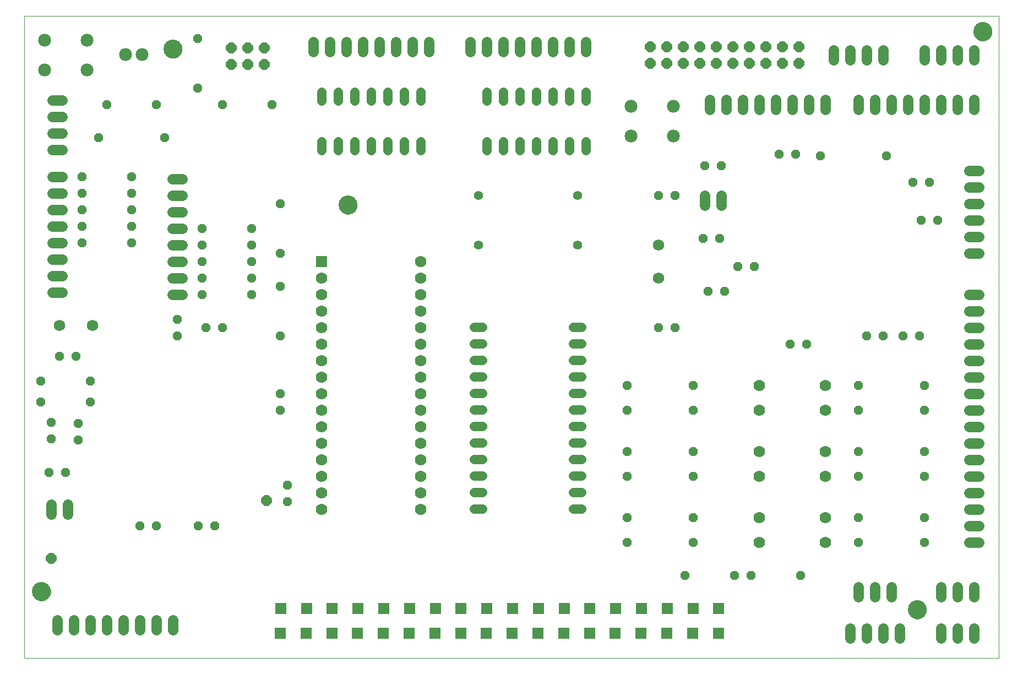
<source format=gbs>
G75*
%MOIN*%
%OFA0B0*%
%FSLAX24Y24*%
%IPPOS*%
%LPD*%
%AMOC8*
5,1,8,0,0,1.08239X$1,22.5*
%
%ADD10C,0.0000*%
%ADD11C,0.1142*%
%ADD12OC8,0.0640*%
%ADD13C,0.0560*%
%ADD14C,0.0780*%
%ADD15OC8,0.0560*%
%ADD16C,0.0690*%
%ADD17C,0.0640*%
%ADD18R,0.0700X0.0700*%
%ADD19C,0.0700*%
%ADD20R,0.0690X0.0690*%
%ADD21C,0.0560*%
D10*
X000180Y000180D02*
X000180Y039050D01*
X059172Y039050D01*
X059172Y000180D01*
X000180Y000180D01*
X000667Y004193D02*
X000669Y004240D01*
X000675Y004286D01*
X000685Y004332D01*
X000698Y004377D01*
X000716Y004420D01*
X000737Y004462D01*
X000761Y004502D01*
X000789Y004539D01*
X000820Y004574D01*
X000854Y004607D01*
X000890Y004636D01*
X000929Y004662D01*
X000970Y004685D01*
X001013Y004704D01*
X001057Y004720D01*
X001102Y004732D01*
X001148Y004740D01*
X001195Y004744D01*
X001241Y004744D01*
X001288Y004740D01*
X001334Y004732D01*
X001379Y004720D01*
X001423Y004704D01*
X001466Y004685D01*
X001507Y004662D01*
X001546Y004636D01*
X001582Y004607D01*
X001616Y004574D01*
X001647Y004539D01*
X001675Y004502D01*
X001699Y004462D01*
X001720Y004420D01*
X001738Y004377D01*
X001751Y004332D01*
X001761Y004286D01*
X001767Y004240D01*
X001769Y004193D01*
X001767Y004146D01*
X001761Y004100D01*
X001751Y004054D01*
X001738Y004009D01*
X001720Y003966D01*
X001699Y003924D01*
X001675Y003884D01*
X001647Y003847D01*
X001616Y003812D01*
X001582Y003779D01*
X001546Y003750D01*
X001507Y003724D01*
X001466Y003701D01*
X001423Y003682D01*
X001379Y003666D01*
X001334Y003654D01*
X001288Y003646D01*
X001241Y003642D01*
X001195Y003642D01*
X001148Y003646D01*
X001102Y003654D01*
X001057Y003666D01*
X001013Y003682D01*
X000970Y003701D01*
X000929Y003724D01*
X000890Y003750D01*
X000854Y003779D01*
X000820Y003812D01*
X000789Y003847D01*
X000761Y003884D01*
X000737Y003924D01*
X000716Y003966D01*
X000698Y004009D01*
X000685Y004054D01*
X000675Y004100D01*
X000669Y004146D01*
X000667Y004193D01*
X019217Y027605D02*
X019219Y027652D01*
X019225Y027698D01*
X019235Y027744D01*
X019248Y027789D01*
X019266Y027832D01*
X019287Y027874D01*
X019311Y027914D01*
X019339Y027951D01*
X019370Y027986D01*
X019404Y028019D01*
X019440Y028048D01*
X019479Y028074D01*
X019520Y028097D01*
X019563Y028116D01*
X019607Y028132D01*
X019652Y028144D01*
X019698Y028152D01*
X019745Y028156D01*
X019791Y028156D01*
X019838Y028152D01*
X019884Y028144D01*
X019929Y028132D01*
X019973Y028116D01*
X020016Y028097D01*
X020057Y028074D01*
X020096Y028048D01*
X020132Y028019D01*
X020166Y027986D01*
X020197Y027951D01*
X020225Y027914D01*
X020249Y027874D01*
X020270Y027832D01*
X020288Y027789D01*
X020301Y027744D01*
X020311Y027698D01*
X020317Y027652D01*
X020319Y027605D01*
X020317Y027558D01*
X020311Y027512D01*
X020301Y027466D01*
X020288Y027421D01*
X020270Y027378D01*
X020249Y027336D01*
X020225Y027296D01*
X020197Y027259D01*
X020166Y027224D01*
X020132Y027191D01*
X020096Y027162D01*
X020057Y027136D01*
X020016Y027113D01*
X019973Y027094D01*
X019929Y027078D01*
X019884Y027066D01*
X019838Y027058D01*
X019791Y027054D01*
X019745Y027054D01*
X019698Y027058D01*
X019652Y027066D01*
X019607Y027078D01*
X019563Y027094D01*
X019520Y027113D01*
X019479Y027136D01*
X019440Y027162D01*
X019404Y027191D01*
X019370Y027224D01*
X019339Y027259D01*
X019311Y027296D01*
X019287Y027336D01*
X019266Y027378D01*
X019248Y027421D01*
X019235Y027466D01*
X019225Y027512D01*
X019219Y027558D01*
X019217Y027605D01*
X008617Y037043D02*
X008619Y037090D01*
X008625Y037136D01*
X008635Y037182D01*
X008648Y037227D01*
X008666Y037270D01*
X008687Y037312D01*
X008711Y037352D01*
X008739Y037389D01*
X008770Y037424D01*
X008804Y037457D01*
X008840Y037486D01*
X008879Y037512D01*
X008920Y037535D01*
X008963Y037554D01*
X009007Y037570D01*
X009052Y037582D01*
X009098Y037590D01*
X009145Y037594D01*
X009191Y037594D01*
X009238Y037590D01*
X009284Y037582D01*
X009329Y037570D01*
X009373Y037554D01*
X009416Y037535D01*
X009457Y037512D01*
X009496Y037486D01*
X009532Y037457D01*
X009566Y037424D01*
X009597Y037389D01*
X009625Y037352D01*
X009649Y037312D01*
X009670Y037270D01*
X009688Y037227D01*
X009701Y037182D01*
X009711Y037136D01*
X009717Y037090D01*
X009719Y037043D01*
X009717Y036996D01*
X009711Y036950D01*
X009701Y036904D01*
X009688Y036859D01*
X009670Y036816D01*
X009649Y036774D01*
X009625Y036734D01*
X009597Y036697D01*
X009566Y036662D01*
X009532Y036629D01*
X009496Y036600D01*
X009457Y036574D01*
X009416Y036551D01*
X009373Y036532D01*
X009329Y036516D01*
X009284Y036504D01*
X009238Y036496D01*
X009191Y036492D01*
X009145Y036492D01*
X009098Y036496D01*
X009052Y036504D01*
X009007Y036516D01*
X008963Y036532D01*
X008920Y036551D01*
X008879Y036574D01*
X008840Y036600D01*
X008804Y036629D01*
X008770Y036662D01*
X008739Y036697D01*
X008711Y036734D01*
X008687Y036774D01*
X008666Y036816D01*
X008648Y036859D01*
X008635Y036904D01*
X008625Y036950D01*
X008619Y036996D01*
X008617Y037043D01*
X057642Y038093D02*
X057644Y038140D01*
X057650Y038186D01*
X057660Y038232D01*
X057673Y038277D01*
X057691Y038320D01*
X057712Y038362D01*
X057736Y038402D01*
X057764Y038439D01*
X057795Y038474D01*
X057829Y038507D01*
X057865Y038536D01*
X057904Y038562D01*
X057945Y038585D01*
X057988Y038604D01*
X058032Y038620D01*
X058077Y038632D01*
X058123Y038640D01*
X058170Y038644D01*
X058216Y038644D01*
X058263Y038640D01*
X058309Y038632D01*
X058354Y038620D01*
X058398Y038604D01*
X058441Y038585D01*
X058482Y038562D01*
X058521Y038536D01*
X058557Y038507D01*
X058591Y038474D01*
X058622Y038439D01*
X058650Y038402D01*
X058674Y038362D01*
X058695Y038320D01*
X058713Y038277D01*
X058726Y038232D01*
X058736Y038186D01*
X058742Y038140D01*
X058744Y038093D01*
X058742Y038046D01*
X058736Y038000D01*
X058726Y037954D01*
X058713Y037909D01*
X058695Y037866D01*
X058674Y037824D01*
X058650Y037784D01*
X058622Y037747D01*
X058591Y037712D01*
X058557Y037679D01*
X058521Y037650D01*
X058482Y037624D01*
X058441Y037601D01*
X058398Y037582D01*
X058354Y037566D01*
X058309Y037554D01*
X058263Y037546D01*
X058216Y037542D01*
X058170Y037542D01*
X058123Y037546D01*
X058077Y037554D01*
X058032Y037566D01*
X057988Y037582D01*
X057945Y037601D01*
X057904Y037624D01*
X057865Y037650D01*
X057829Y037679D01*
X057795Y037712D01*
X057764Y037747D01*
X057736Y037784D01*
X057712Y037824D01*
X057691Y037866D01*
X057673Y037909D01*
X057660Y037954D01*
X057650Y038000D01*
X057644Y038046D01*
X057642Y038093D01*
X053679Y003105D02*
X053681Y003152D01*
X053687Y003198D01*
X053697Y003244D01*
X053710Y003289D01*
X053728Y003332D01*
X053749Y003374D01*
X053773Y003414D01*
X053801Y003451D01*
X053832Y003486D01*
X053866Y003519D01*
X053902Y003548D01*
X053941Y003574D01*
X053982Y003597D01*
X054025Y003616D01*
X054069Y003632D01*
X054114Y003644D01*
X054160Y003652D01*
X054207Y003656D01*
X054253Y003656D01*
X054300Y003652D01*
X054346Y003644D01*
X054391Y003632D01*
X054435Y003616D01*
X054478Y003597D01*
X054519Y003574D01*
X054558Y003548D01*
X054594Y003519D01*
X054628Y003486D01*
X054659Y003451D01*
X054687Y003414D01*
X054711Y003374D01*
X054732Y003332D01*
X054750Y003289D01*
X054763Y003244D01*
X054773Y003198D01*
X054779Y003152D01*
X054781Y003105D01*
X054779Y003058D01*
X054773Y003012D01*
X054763Y002966D01*
X054750Y002921D01*
X054732Y002878D01*
X054711Y002836D01*
X054687Y002796D01*
X054659Y002759D01*
X054628Y002724D01*
X054594Y002691D01*
X054558Y002662D01*
X054519Y002636D01*
X054478Y002613D01*
X054435Y002594D01*
X054391Y002578D01*
X054346Y002566D01*
X054300Y002558D01*
X054253Y002554D01*
X054207Y002554D01*
X054160Y002558D01*
X054114Y002566D01*
X054069Y002578D01*
X054025Y002594D01*
X053982Y002613D01*
X053941Y002636D01*
X053902Y002662D01*
X053866Y002691D01*
X053832Y002724D01*
X053801Y002759D01*
X053773Y002796D01*
X053749Y002836D01*
X053728Y002878D01*
X053710Y002921D01*
X053697Y002966D01*
X053687Y003012D01*
X053681Y003058D01*
X053679Y003105D01*
D11*
X054230Y003105D03*
X019768Y027605D03*
X009168Y037043D03*
X058193Y038093D03*
X001218Y004193D03*
D12*
X001818Y006205D03*
X014843Y009705D03*
X014720Y036120D03*
X013720Y036120D03*
X012720Y036120D03*
X012720Y037120D03*
X013720Y037120D03*
X014720Y037120D03*
X038060Y037180D03*
X039060Y037180D03*
X040060Y037180D03*
X041060Y037180D03*
X042060Y037180D03*
X043060Y037180D03*
X044060Y037180D03*
X045060Y037180D03*
X046060Y037180D03*
X047060Y037180D03*
X047060Y036180D03*
X046060Y036180D03*
X045060Y036180D03*
X044060Y036180D03*
X043060Y036180D03*
X042060Y036180D03*
X041060Y036180D03*
X040060Y036180D03*
X039060Y036180D03*
X038060Y036180D03*
D13*
X033680Y028180D03*
X033680Y025180D03*
X027680Y025180D03*
X027680Y028180D03*
D14*
X036900Y031790D03*
X039460Y031790D03*
X039460Y033570D03*
X036900Y033570D03*
X007318Y036693D03*
X006318Y036693D03*
X003960Y037570D03*
X001400Y037570D03*
X001400Y035790D03*
X003960Y035790D03*
D15*
X005180Y033680D03*
X004680Y031680D03*
X003680Y029305D03*
X003680Y028305D03*
X003680Y027305D03*
X003680Y026305D03*
X003680Y025305D03*
X006680Y025305D03*
X006680Y026305D03*
X006680Y027305D03*
X006680Y028305D03*
X006680Y029305D03*
X008680Y031680D03*
X008180Y033680D03*
X010680Y034680D03*
X012180Y033680D03*
X015180Y033680D03*
X010680Y037680D03*
X015680Y027680D03*
X013930Y026180D03*
X013930Y025180D03*
X013930Y024180D03*
X013930Y023180D03*
X013930Y022180D03*
X015680Y022680D03*
X015680Y024680D03*
X010930Y024180D03*
X010930Y025180D03*
X010930Y026180D03*
X010930Y023180D03*
X010930Y022180D03*
X009430Y020680D03*
X009430Y019680D03*
X011180Y020180D03*
X012180Y020180D03*
X015680Y019680D03*
X015680Y016180D03*
X015680Y015180D03*
X016118Y010655D03*
X016118Y009655D03*
X011718Y008180D03*
X010718Y008180D03*
X008180Y008180D03*
X007180Y008180D03*
X002680Y011418D03*
X001680Y011418D03*
X003443Y013380D03*
X001805Y013430D03*
X001805Y014430D03*
X003443Y014380D03*
X004180Y015680D03*
X004180Y016930D03*
X003305Y018430D03*
X002305Y018430D03*
X001180Y016930D03*
X001180Y015680D03*
X036680Y015180D03*
X036680Y016680D03*
X040680Y016680D03*
X040680Y015180D03*
X040680Y012680D03*
X040680Y011180D03*
X040680Y008680D03*
X040680Y007180D03*
X040180Y005180D03*
X043180Y005180D03*
X044180Y005180D03*
X047180Y005180D03*
X050680Y007180D03*
X050680Y008680D03*
X050680Y011180D03*
X050680Y012680D03*
X050680Y015180D03*
X050680Y016680D03*
X047530Y019168D03*
X046530Y019168D03*
X051180Y019680D03*
X052180Y019680D03*
X053380Y019680D03*
X054380Y019680D03*
X054680Y016680D03*
X054680Y015180D03*
X054680Y012680D03*
X054680Y011180D03*
X054680Y008680D03*
X054680Y007180D03*
X036680Y007180D03*
X036680Y008680D03*
X036680Y011180D03*
X036680Y012680D03*
X038580Y020180D03*
X039580Y020180D03*
X041580Y022380D03*
X042580Y022380D03*
X043380Y023880D03*
X044380Y023880D03*
X042280Y025580D03*
X041280Y025580D03*
X039580Y028180D03*
X038580Y028180D03*
X041380Y029980D03*
X042380Y029980D03*
X045880Y030680D03*
X046880Y030680D03*
X048380Y030580D03*
X052380Y030580D03*
X053980Y028980D03*
X054980Y028980D03*
X054480Y026680D03*
X055480Y026680D03*
D16*
X038580Y025180D03*
X038580Y023180D03*
X004305Y020305D03*
X002305Y020305D03*
D17*
X002480Y022305D02*
X001880Y022305D01*
X001880Y023305D02*
X002480Y023305D01*
X002480Y024305D02*
X001880Y024305D01*
X001880Y025305D02*
X002480Y025305D01*
X002480Y026305D02*
X001880Y026305D01*
X001880Y027305D02*
X002480Y027305D01*
X002480Y028305D02*
X001880Y028305D01*
X001880Y029305D02*
X002480Y029305D01*
X002480Y030930D02*
X001880Y030930D01*
X001880Y031930D02*
X002480Y031930D01*
X002480Y032930D02*
X001880Y032930D01*
X001880Y033930D02*
X002480Y033930D01*
X009130Y029180D02*
X009730Y029180D01*
X009730Y028180D02*
X009130Y028180D01*
X009130Y027180D02*
X009730Y027180D01*
X009730Y026180D02*
X009130Y026180D01*
X009130Y025180D02*
X009730Y025180D01*
X009730Y024180D02*
X009130Y024180D01*
X009130Y023180D02*
X009730Y023180D01*
X009730Y022180D02*
X009130Y022180D01*
X002805Y009480D02*
X002805Y008880D01*
X001805Y008880D02*
X001805Y009480D01*
X002180Y002480D02*
X002180Y001880D01*
X003180Y001880D02*
X003180Y002480D01*
X004180Y002480D02*
X004180Y001880D01*
X005180Y001880D02*
X005180Y002480D01*
X006180Y002480D02*
X006180Y001880D01*
X007180Y001880D02*
X007180Y002480D01*
X008180Y002480D02*
X008180Y001880D01*
X009180Y001880D02*
X009180Y002480D01*
X041380Y027580D02*
X041380Y028180D01*
X042380Y028180D02*
X042380Y027580D01*
X042680Y033380D02*
X042680Y033980D01*
X041680Y033980D02*
X041680Y033380D01*
X043680Y033380D02*
X043680Y033980D01*
X044680Y033980D02*
X044680Y033380D01*
X045680Y033380D02*
X045680Y033980D01*
X046680Y033980D02*
X046680Y033380D01*
X047680Y033380D02*
X047680Y033980D01*
X048680Y033980D02*
X048680Y033380D01*
X050680Y033380D02*
X050680Y033980D01*
X051680Y033980D02*
X051680Y033380D01*
X052680Y033380D02*
X052680Y033980D01*
X053680Y033980D02*
X053680Y033380D01*
X054680Y033380D02*
X054680Y033980D01*
X055680Y033980D02*
X055680Y033380D01*
X056680Y033380D02*
X056680Y033980D01*
X057680Y033980D02*
X057680Y033380D01*
X057680Y036380D02*
X057680Y036980D01*
X056680Y036980D02*
X056680Y036380D01*
X055680Y036380D02*
X055680Y036980D01*
X054680Y036980D02*
X054680Y036380D01*
X052180Y036380D02*
X052180Y036980D01*
X051180Y036980D02*
X051180Y036380D01*
X050180Y036380D02*
X050180Y036980D01*
X049180Y036980D02*
X049180Y036380D01*
X057380Y029680D02*
X057980Y029680D01*
X057980Y028680D02*
X057380Y028680D01*
X057380Y027680D02*
X057980Y027680D01*
X057980Y026680D02*
X057380Y026680D01*
X057380Y025680D02*
X057980Y025680D01*
X057980Y024680D02*
X057380Y024680D01*
X057380Y022180D02*
X057980Y022180D01*
X057980Y021180D02*
X057380Y021180D01*
X057380Y020180D02*
X057980Y020180D01*
X057980Y019180D02*
X057380Y019180D01*
X057380Y018180D02*
X057980Y018180D01*
X057980Y017180D02*
X057380Y017180D01*
X057380Y016180D02*
X057980Y016180D01*
X057980Y015180D02*
X057380Y015180D01*
X057380Y014180D02*
X057980Y014180D01*
X057980Y013180D02*
X057380Y013180D01*
X057380Y012180D02*
X057980Y012180D01*
X057980Y011180D02*
X057380Y011180D01*
X057380Y010180D02*
X057980Y010180D01*
X057980Y009180D02*
X057380Y009180D01*
X057380Y008180D02*
X057980Y008180D01*
X057980Y007180D02*
X057380Y007180D01*
X057680Y004480D02*
X057680Y003880D01*
X056680Y003880D02*
X056680Y004480D01*
X055680Y004480D02*
X055680Y003880D01*
X055680Y001980D02*
X055680Y001380D01*
X056680Y001380D02*
X056680Y001980D01*
X057680Y001980D02*
X057680Y001380D01*
X053180Y001380D02*
X053180Y001980D01*
X052180Y001980D02*
X052180Y001380D01*
X051180Y001380D02*
X051180Y001980D01*
X050180Y001980D02*
X050180Y001380D01*
X050680Y003880D02*
X050680Y004480D01*
X051680Y004480D02*
X051680Y003880D01*
X052680Y003880D02*
X052680Y004480D01*
X034180Y036880D02*
X034180Y037480D01*
X033180Y037480D02*
X033180Y036880D01*
X032180Y036880D02*
X032180Y037480D01*
X031180Y037480D02*
X031180Y036880D01*
X030180Y036880D02*
X030180Y037480D01*
X029180Y037480D02*
X029180Y036880D01*
X028180Y036880D02*
X028180Y037480D01*
X027180Y037480D02*
X027180Y036880D01*
X024680Y036880D02*
X024680Y037480D01*
X023680Y037480D02*
X023680Y036880D01*
X022680Y036880D02*
X022680Y037480D01*
X021680Y037480D02*
X021680Y036880D01*
X020680Y036880D02*
X020680Y037480D01*
X019680Y037480D02*
X019680Y036880D01*
X018680Y036880D02*
X018680Y037480D01*
X017680Y037480D02*
X017680Y036880D01*
D18*
X018180Y024180D03*
D19*
X018180Y023180D03*
X018180Y022180D03*
X018180Y021180D03*
X018180Y020180D03*
X018180Y019180D03*
X018180Y018180D03*
X018180Y017180D03*
X018180Y016180D03*
X018180Y015180D03*
X018180Y014180D03*
X018180Y013180D03*
X018180Y012180D03*
X018180Y011180D03*
X018180Y010180D03*
X018180Y009180D03*
X024180Y009180D03*
X024180Y010180D03*
X024180Y011180D03*
X024180Y012180D03*
X024180Y013180D03*
X024180Y014180D03*
X024180Y015180D03*
X024180Y016180D03*
X024180Y017180D03*
X024180Y018180D03*
X024180Y019180D03*
X024180Y020180D03*
X024180Y021180D03*
X024180Y022180D03*
X024180Y023180D03*
X024180Y024180D03*
X044680Y016680D03*
X044680Y015180D03*
X044680Y012680D03*
X044680Y011180D03*
X044680Y008680D03*
X044680Y007180D03*
X048680Y007180D03*
X048680Y008680D03*
X048680Y011180D03*
X048680Y012680D03*
X048680Y015180D03*
X048680Y016680D03*
D20*
X042220Y003190D03*
X040660Y003190D03*
X039100Y003190D03*
X037540Y003190D03*
X035980Y003190D03*
X034420Y003190D03*
X032860Y003190D03*
X031300Y003190D03*
X029740Y003190D03*
X028180Y003190D03*
X026620Y003190D03*
X025060Y003190D03*
X023500Y003190D03*
X021940Y003190D03*
X020380Y003190D03*
X018820Y003190D03*
X017260Y003190D03*
X015700Y003190D03*
X015670Y001670D03*
X017230Y001670D03*
X018790Y001670D03*
X020350Y001670D03*
X021910Y001670D03*
X023470Y001670D03*
X025030Y001670D03*
X026590Y001670D03*
X028150Y001670D03*
X029710Y001670D03*
X031270Y001670D03*
X032830Y001670D03*
X034390Y001670D03*
X035950Y001670D03*
X037510Y001670D03*
X039070Y001670D03*
X040630Y001670D03*
X042190Y001670D03*
D21*
X033915Y009218D02*
X033395Y009218D01*
X033395Y010218D02*
X033915Y010218D01*
X033915Y011218D02*
X033395Y011218D01*
X033395Y012218D02*
X033915Y012218D01*
X033915Y013218D02*
X033395Y013218D01*
X033395Y014218D02*
X033915Y014218D01*
X033915Y015218D02*
X033395Y015218D01*
X033395Y016218D02*
X033915Y016218D01*
X033915Y017218D02*
X033395Y017218D01*
X033395Y018218D02*
X033915Y018218D01*
X033915Y019218D02*
X033395Y019218D01*
X033395Y020218D02*
X033915Y020218D01*
X027915Y020218D02*
X027395Y020218D01*
X027395Y019218D02*
X027915Y019218D01*
X027915Y018218D02*
X027395Y018218D01*
X027395Y017218D02*
X027915Y017218D01*
X027915Y016218D02*
X027395Y016218D01*
X027395Y015218D02*
X027915Y015218D01*
X027915Y014218D02*
X027395Y014218D01*
X027395Y013218D02*
X027915Y013218D01*
X027915Y012218D02*
X027395Y012218D01*
X027395Y011218D02*
X027915Y011218D01*
X027915Y010218D02*
X027395Y010218D01*
X027395Y009218D02*
X027915Y009218D01*
X028180Y030920D02*
X028180Y031440D01*
X029180Y031440D02*
X029180Y030920D01*
X030180Y030920D02*
X030180Y031440D01*
X031180Y031440D02*
X031180Y030920D01*
X032180Y030920D02*
X032180Y031440D01*
X033180Y031440D02*
X033180Y030920D01*
X034180Y030920D02*
X034180Y031440D01*
X034180Y033920D02*
X034180Y034440D01*
X033180Y034440D02*
X033180Y033920D01*
X032180Y033920D02*
X032180Y034440D01*
X031180Y034440D02*
X031180Y033920D01*
X030180Y033920D02*
X030180Y034440D01*
X029180Y034440D02*
X029180Y033920D01*
X028180Y033920D02*
X028180Y034440D01*
X024180Y034440D02*
X024180Y033920D01*
X023180Y033920D02*
X023180Y034440D01*
X022180Y034440D02*
X022180Y033920D01*
X021180Y033920D02*
X021180Y034440D01*
X020180Y034440D02*
X020180Y033920D01*
X019180Y033920D02*
X019180Y034440D01*
X018180Y034440D02*
X018180Y033920D01*
X018180Y031440D02*
X018180Y030920D01*
X019180Y030920D02*
X019180Y031440D01*
X020180Y031440D02*
X020180Y030920D01*
X021180Y030920D02*
X021180Y031440D01*
X022180Y031440D02*
X022180Y030920D01*
X023180Y030920D02*
X023180Y031440D01*
X024180Y031440D02*
X024180Y030920D01*
M02*

</source>
